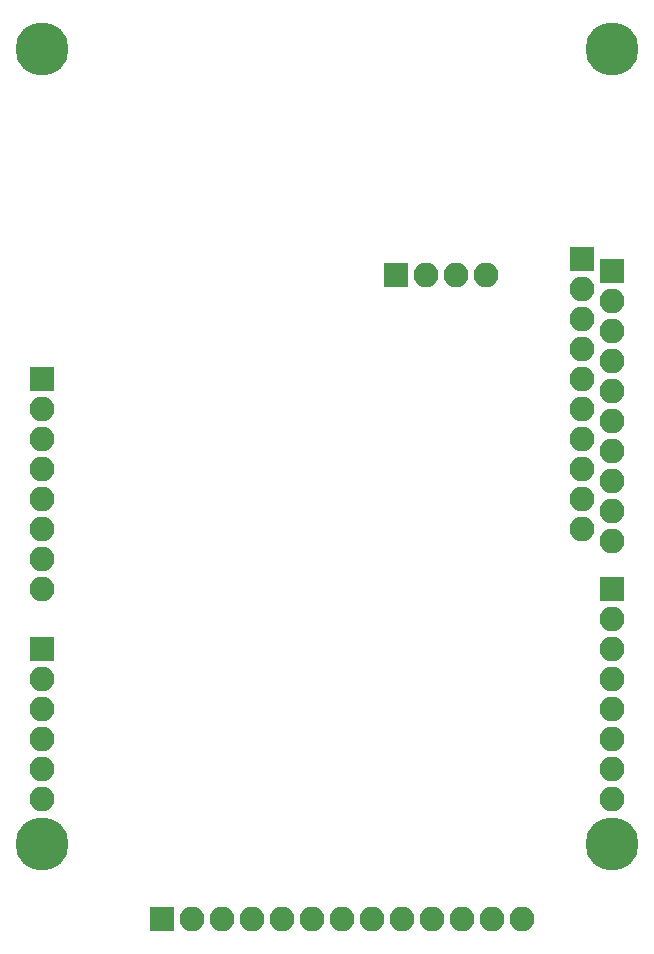
<source format=gbs>
G04 #@! TF.FileFunction,Soldermask,Bot*
%FSLAX46Y46*%
G04 Gerber Fmt 4.6, Leading zero omitted, Abs format (unit mm)*
G04 Created by KiCad (PCBNEW 4.0.5-e0-6337~49~ubuntu16.04.1) date Sat Feb 25 14:31:11 2017*
%MOMM*%
%LPD*%
G01*
G04 APERTURE LIST*
%ADD10C,0.100000*%
%ADD11R,2.100000X2.100000*%
%ADD12O,2.100000X2.100000*%
%ADD13C,4.500000*%
G04 APERTURE END LIST*
D10*
D11*
X100330000Y-96520000D03*
D12*
X100330000Y-99060000D03*
X100330000Y-101600000D03*
X100330000Y-104140000D03*
X100330000Y-106680000D03*
X100330000Y-109220000D03*
X100330000Y-111760000D03*
X100330000Y-114300000D03*
D11*
X100330000Y-119380000D03*
D12*
X100330000Y-121920000D03*
X100330000Y-124460000D03*
X100330000Y-127000000D03*
X100330000Y-129540000D03*
X100330000Y-132080000D03*
D11*
X148590000Y-114300000D03*
D12*
X148590000Y-116840000D03*
X148590000Y-119380000D03*
X148590000Y-121920000D03*
X148590000Y-124460000D03*
X148590000Y-127000000D03*
X148590000Y-129540000D03*
X148590000Y-132080000D03*
D11*
X148590000Y-87376000D03*
D12*
X148590000Y-89916000D03*
X148590000Y-92456000D03*
X148590000Y-94996000D03*
X148590000Y-97536000D03*
X148590000Y-100076000D03*
X148590000Y-102616000D03*
X148590000Y-105156000D03*
X148590000Y-107696000D03*
X148590000Y-110236000D03*
D11*
X146050000Y-86360000D03*
D12*
X146050000Y-88900000D03*
X146050000Y-91440000D03*
X146050000Y-93980000D03*
X146050000Y-96520000D03*
X146050000Y-99060000D03*
X146050000Y-101600000D03*
X146050000Y-104140000D03*
X146050000Y-106680000D03*
X146050000Y-109220000D03*
D11*
X110490000Y-142240000D03*
D12*
X113030000Y-142240000D03*
X115570000Y-142240000D03*
X118110000Y-142240000D03*
X120650000Y-142240000D03*
X123190000Y-142240000D03*
X125730000Y-142240000D03*
X128270000Y-142240000D03*
X130810000Y-142240000D03*
X133350000Y-142240000D03*
X135890000Y-142240000D03*
X138430000Y-142240000D03*
X140970000Y-142240000D03*
D11*
X130302000Y-87757000D03*
D12*
X132842000Y-87757000D03*
X135382000Y-87757000D03*
X137922000Y-87757000D03*
D13*
X100330000Y-68580000D03*
X148590000Y-68580000D03*
X148590000Y-135890000D03*
X100330000Y-135890000D03*
M02*

</source>
